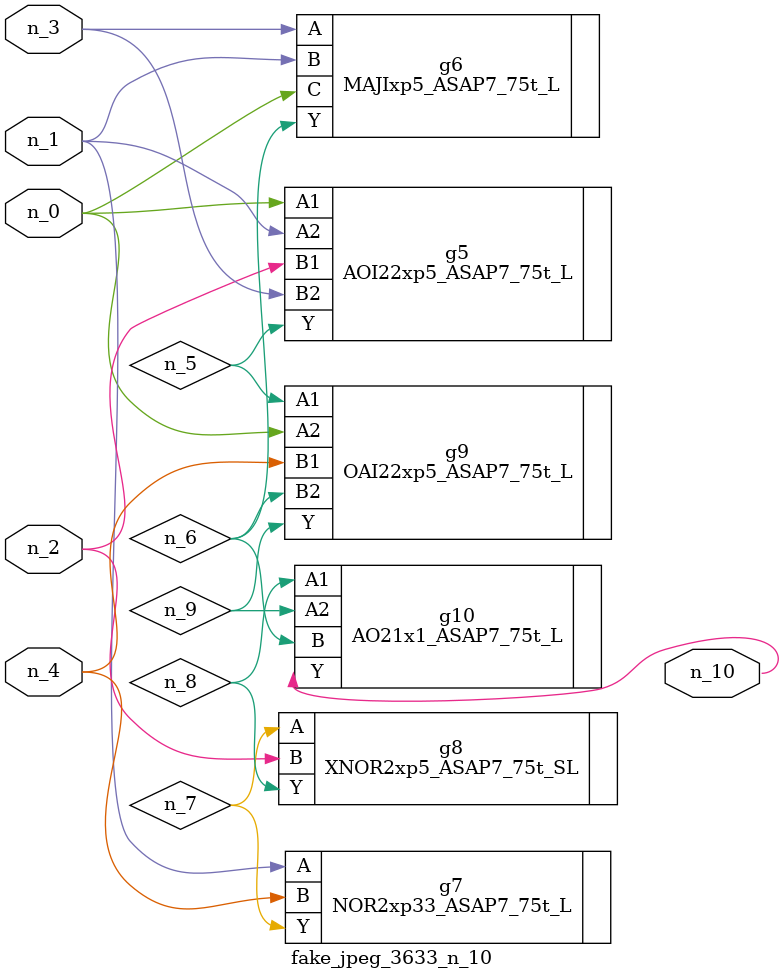
<source format=v>
module fake_jpeg_3633_n_10 (n_3, n_2, n_1, n_0, n_4, n_10);

input n_3;
input n_2;
input n_1;
input n_0;
input n_4;

output n_10;

wire n_8;
wire n_9;
wire n_6;
wire n_5;
wire n_7;

AOI22xp5_ASAP7_75t_L g5 ( 
.A1(n_0),
.A2(n_1),
.B1(n_2),
.B2(n_3),
.Y(n_5)
);

MAJIxp5_ASAP7_75t_L g6 ( 
.A(n_3),
.B(n_1),
.C(n_0),
.Y(n_6)
);

NOR2xp33_ASAP7_75t_L g7 ( 
.A(n_1),
.B(n_4),
.Y(n_7)
);

XNOR2xp5_ASAP7_75t_SL g8 ( 
.A(n_7),
.B(n_2),
.Y(n_8)
);

AO21x1_ASAP7_75t_L g10 ( 
.A1(n_8),
.A2(n_9),
.B(n_6),
.Y(n_10)
);

OAI22xp5_ASAP7_75t_L g9 ( 
.A1(n_5),
.A2(n_0),
.B1(n_4),
.B2(n_6),
.Y(n_9)
);


endmodule
</source>
